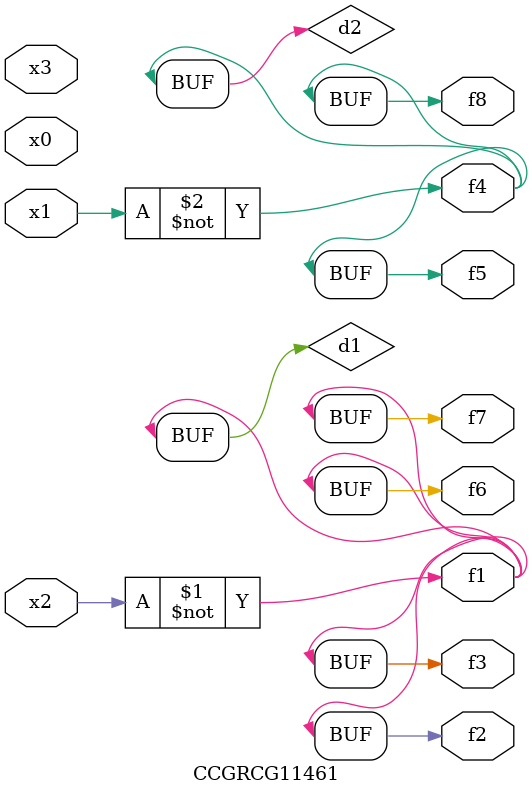
<source format=v>
module CCGRCG11461(
	input x0, x1, x2, x3,
	output f1, f2, f3, f4, f5, f6, f7, f8
);

	wire d1, d2;

	xnor (d1, x2);
	not (d2, x1);
	assign f1 = d1;
	assign f2 = d1;
	assign f3 = d1;
	assign f4 = d2;
	assign f5 = d2;
	assign f6 = d1;
	assign f7 = d1;
	assign f8 = d2;
endmodule

</source>
